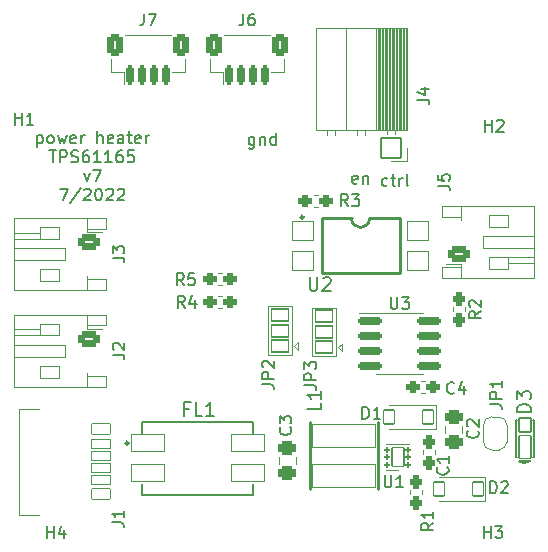
<source format=gbr>
%TF.GenerationSoftware,KiCad,Pcbnew,(6.0.4-0)*%
%TF.CreationDate,2022-09-10T09:10:34-06:00*%
%TF.ProjectId,TPS61165-heater-v7,54505336-3131-4363-952d-686561746572,rev?*%
%TF.SameCoordinates,Original*%
%TF.FileFunction,Legend,Top*%
%TF.FilePolarity,Positive*%
%FSLAX46Y46*%
G04 Gerber Fmt 4.6, Leading zero omitted, Abs format (unit mm)*
G04 Created by KiCad (PCBNEW (6.0.4-0)) date 2022-09-10 09:10:34*
%MOMM*%
%LPD*%
G01*
G04 APERTURE LIST*
G04 Aperture macros list*
%AMRoundRect*
0 Rectangle with rounded corners*
0 $1 Rounding radius*
0 $2 $3 $4 $5 $6 $7 $8 $9 X,Y pos of 4 corners*
0 Add a 4 corners polygon primitive as box body*
4,1,4,$2,$3,$4,$5,$6,$7,$8,$9,$2,$3,0*
0 Add four circle primitives for the rounded corners*
1,1,$1+$1,$2,$3*
1,1,$1+$1,$4,$5*
1,1,$1+$1,$6,$7*
1,1,$1+$1,$8,$9*
0 Add four rect primitives between the rounded corners*
20,1,$1+$1,$2,$3,$4,$5,0*
20,1,$1+$1,$4,$5,$6,$7,0*
20,1,$1+$1,$6,$7,$8,$9,0*
20,1,$1+$1,$8,$9,$2,$3,0*%
%AMFreePoly0*
4,1,37,0.536062,0.786062,0.551000,0.750000,0.551000,-0.750000,0.536062,-0.786062,0.500000,-0.801000,0.000000,-0.801000,-0.012525,-0.795812,-0.080875,-0.794559,-0.095149,-0.792248,-0.230464,-0.749973,-0.243516,-0.743747,-0.361526,-0.665192,-0.372306,-0.655554,-0.463526,-0.547035,-0.471167,-0.534759,-0.528262,-0.405000,-0.532150,-0.391073,-0.549733,-0.256613,-0.548336,-0.256430,-0.551000,-0.250000,
-0.551000,0.250000,-0.550512,0.251179,-0.550356,0.263956,-0.528545,0.404033,-0.524317,0.417860,-0.464069,0.546185,-0.456130,0.558271,-0.362286,0.664529,-0.351274,0.673901,-0.231379,0.749549,-0.218180,0.755454,-0.081873,0.794411,-0.067546,0.796373,-0.011990,0.796033,0.000000,0.801000,0.500000,0.801000,0.536062,0.786062,0.536062,0.786062,$1*%
%AMFreePoly1*
4,1,37,0.012349,0.795885,0.074216,0.795507,0.088518,0.793370,0.224339,0.752751,0.237465,0.746685,0.356427,0.669578,0.367324,0.660073,0.459862,0.552676,0.467652,0.540494,0.526329,0.411442,0.530388,0.397563,0.550485,0.257230,0.551000,0.250000,0.551000,-0.250000,0.550996,-0.250622,0.550847,-0.262838,0.550144,-0.270677,0.526624,-0.410478,0.522228,-0.424254,0.460416,-0.551833,
0.452330,-0.563821,0.357195,-0.668925,0.346069,-0.678161,0.225259,-0.752338,0.211989,-0.758081,0.075216,-0.795370,0.060866,-0.797157,0.011464,-0.796251,0.000000,-0.801000,-0.500000,-0.801000,-0.536062,-0.786062,-0.551000,-0.750000,-0.551000,0.750000,-0.536062,0.786062,-0.500000,0.801000,0.000000,0.801000,0.012349,0.795885,0.012349,0.795885,$1*%
G04 Aperture macros list end*
%ADD10C,0.150000*%
%ADD11C,0.152000*%
%ADD12C,0.120000*%
%ADD13C,0.254000*%
%ADD14C,0.250000*%
%ADD15RoundRect,0.201000X-0.150000X-0.625000X0.150000X-0.625000X0.150000X0.625000X-0.150000X0.625000X0*%
%ADD16RoundRect,0.301000X-0.350000X-0.650000X0.350000X-0.650000X0.350000X0.650000X-0.350000X0.650000X0*%
%ADD17RoundRect,0.301000X-0.625000X0.350000X-0.625000X-0.350000X0.625000X-0.350000X0.625000X0.350000X0*%
%ADD18O,1.852000X1.302000*%
%ADD19C,3.702000*%
%ADD20C,6.502000*%
%ADD21RoundRect,0.051000X-0.850000X0.850000X-0.850000X-0.850000X0.850000X-0.850000X0.850000X0.850000X0*%
%ADD22O,1.802000X1.802000*%
%ADD23RoundRect,0.301000X0.625000X-0.350000X0.625000X0.350000X-0.625000X0.350000X-0.625000X-0.350000X0*%
%ADD24O,1.802000X1.102000*%
%ADD25RoundRect,0.051000X-0.800000X0.400000X-0.800000X-0.400000X0.800000X-0.400000X0.800000X0.400000X0*%
%ADD26RoundRect,0.051000X-0.800000X0.450000X-0.800000X-0.450000X0.800000X-0.450000X0.800000X0.450000X0*%
%ADD27RoundRect,0.144750X0.093750X0.106250X-0.093750X0.106250X-0.093750X-0.106250X0.093750X-0.106250X0*%
%ADD28RoundRect,0.051000X0.500000X0.800000X-0.500000X0.800000X-0.500000X-0.800000X0.500000X-0.800000X0*%
%ADD29RoundRect,0.051000X2.650000X-1.000000X2.650000X1.000000X-2.650000X1.000000X-2.650000X-1.000000X0*%
%ADD30RoundRect,0.288500X-0.237500X0.287500X-0.237500X-0.287500X0.237500X-0.287500X0.237500X0.287500X0*%
%ADD31RoundRect,0.051000X-1.412500X-0.700000X1.412500X-0.700000X1.412500X0.700000X-1.412500X0.700000X0*%
%ADD32RoundRect,0.301000X0.450000X-0.325000X0.450000X0.325000X-0.450000X0.325000X-0.450000X-0.325000X0*%
%ADD33RoundRect,0.051000X0.450000X0.600000X-0.450000X0.600000X-0.450000X-0.600000X0.450000X-0.600000X0*%
%ADD34RoundRect,0.288500X0.237500X-0.287500X0.237500X0.287500X-0.237500X0.287500X-0.237500X-0.287500X0*%
%ADD35RoundRect,0.301000X-0.450000X0.325000X-0.450000X-0.325000X0.450000X-0.325000X0.450000X0.325000X0*%
%ADD36RoundRect,0.288500X0.287500X0.237500X-0.287500X0.237500X-0.287500X-0.237500X0.287500X-0.237500X0*%
%ADD37RoundRect,0.051000X0.900000X0.800000X-0.900000X0.800000X-0.900000X-0.800000X0.900000X-0.800000X0*%
%ADD38RoundRect,0.288500X-0.287500X-0.237500X0.287500X-0.237500X0.287500X0.237500X-0.287500X0.237500X0*%
%ADD39RoundRect,0.051000X0.750000X-0.500000X0.750000X0.500000X-0.750000X0.500000X-0.750000X-0.500000X0*%
%ADD40FreePoly0,90.000000*%
%ADD41FreePoly1,90.000000*%
%ADD42RoundRect,0.201000X-0.825000X-0.150000X0.825000X-0.150000X0.825000X0.150000X-0.825000X0.150000X0*%
%ADD43RoundRect,0.051000X-0.505000X0.950000X-0.505000X-0.950000X0.505000X-0.950000X0.505000X0.950000X0*%
%ADD44RoundRect,0.051000X-0.505000X0.590000X-0.505000X-0.590000X0.505000X-0.590000X0.505000X0.590000X0*%
G04 APERTURE END LIST*
D10*
X144538095Y-60204761D02*
X144442857Y-60252380D01*
X144252380Y-60252380D01*
X144157142Y-60204761D01*
X144109523Y-60109523D01*
X144109523Y-59728571D01*
X144157142Y-59633333D01*
X144252380Y-59585714D01*
X144442857Y-59585714D01*
X144538095Y-59633333D01*
X144585714Y-59728571D01*
X144585714Y-59823809D01*
X144109523Y-59919047D01*
X145014285Y-59585714D02*
X145014285Y-60252380D01*
X145014285Y-59680952D02*
X145061904Y-59633333D01*
X145157142Y-59585714D01*
X145300000Y-59585714D01*
X145395238Y-59633333D01*
X145442857Y-59728571D01*
X145442857Y-60252380D01*
X135809523Y-56285714D02*
X135809523Y-57095238D01*
X135761904Y-57190476D01*
X135714285Y-57238095D01*
X135619047Y-57285714D01*
X135476190Y-57285714D01*
X135380952Y-57238095D01*
X135809523Y-56904761D02*
X135714285Y-56952380D01*
X135523809Y-56952380D01*
X135428571Y-56904761D01*
X135380952Y-56857142D01*
X135333333Y-56761904D01*
X135333333Y-56476190D01*
X135380952Y-56380952D01*
X135428571Y-56333333D01*
X135523809Y-56285714D01*
X135714285Y-56285714D01*
X135809523Y-56333333D01*
X136285714Y-56285714D02*
X136285714Y-56952380D01*
X136285714Y-56380952D02*
X136333333Y-56333333D01*
X136428571Y-56285714D01*
X136571428Y-56285714D01*
X136666666Y-56333333D01*
X136714285Y-56428571D01*
X136714285Y-56952380D01*
X137619047Y-56952380D02*
X137619047Y-55952380D01*
X137619047Y-56904761D02*
X137523809Y-56952380D01*
X137333333Y-56952380D01*
X137238095Y-56904761D01*
X137190476Y-56857142D01*
X137142857Y-56761904D01*
X137142857Y-56476190D01*
X137190476Y-56380952D01*
X137238095Y-56333333D01*
X137333333Y-56285714D01*
X137523809Y-56285714D01*
X137619047Y-56333333D01*
X147080952Y-60404761D02*
X146985714Y-60452380D01*
X146795238Y-60452380D01*
X146700000Y-60404761D01*
X146652380Y-60357142D01*
X146604761Y-60261904D01*
X146604761Y-59976190D01*
X146652380Y-59880952D01*
X146700000Y-59833333D01*
X146795238Y-59785714D01*
X146985714Y-59785714D01*
X147080952Y-59833333D01*
X147366666Y-59785714D02*
X147747619Y-59785714D01*
X147509523Y-59452380D02*
X147509523Y-60309523D01*
X147557142Y-60404761D01*
X147652380Y-60452380D01*
X147747619Y-60452380D01*
X148080952Y-60452380D02*
X148080952Y-59785714D01*
X148080952Y-59976190D02*
X148128571Y-59880952D01*
X148176190Y-59833333D01*
X148271428Y-59785714D01*
X148366666Y-59785714D01*
X148842857Y-60452380D02*
X148747619Y-60404761D01*
X148700000Y-60309523D01*
X148700000Y-59452380D01*
X117433333Y-56170714D02*
X117433333Y-57170714D01*
X117433333Y-56218333D02*
X117528571Y-56170714D01*
X117719047Y-56170714D01*
X117814285Y-56218333D01*
X117861904Y-56265952D01*
X117909523Y-56361190D01*
X117909523Y-56646904D01*
X117861904Y-56742142D01*
X117814285Y-56789761D01*
X117719047Y-56837380D01*
X117528571Y-56837380D01*
X117433333Y-56789761D01*
X118480952Y-56837380D02*
X118385714Y-56789761D01*
X118338095Y-56742142D01*
X118290476Y-56646904D01*
X118290476Y-56361190D01*
X118338095Y-56265952D01*
X118385714Y-56218333D01*
X118480952Y-56170714D01*
X118623809Y-56170714D01*
X118719047Y-56218333D01*
X118766666Y-56265952D01*
X118814285Y-56361190D01*
X118814285Y-56646904D01*
X118766666Y-56742142D01*
X118719047Y-56789761D01*
X118623809Y-56837380D01*
X118480952Y-56837380D01*
X119147619Y-56170714D02*
X119338095Y-56837380D01*
X119528571Y-56361190D01*
X119719047Y-56837380D01*
X119909523Y-56170714D01*
X120671428Y-56789761D02*
X120576190Y-56837380D01*
X120385714Y-56837380D01*
X120290476Y-56789761D01*
X120242857Y-56694523D01*
X120242857Y-56313571D01*
X120290476Y-56218333D01*
X120385714Y-56170714D01*
X120576190Y-56170714D01*
X120671428Y-56218333D01*
X120719047Y-56313571D01*
X120719047Y-56408809D01*
X120242857Y-56504047D01*
X121147619Y-56837380D02*
X121147619Y-56170714D01*
X121147619Y-56361190D02*
X121195238Y-56265952D01*
X121242857Y-56218333D01*
X121338095Y-56170714D01*
X121433333Y-56170714D01*
X122528571Y-56837380D02*
X122528571Y-55837380D01*
X122957142Y-56837380D02*
X122957142Y-56313571D01*
X122909523Y-56218333D01*
X122814285Y-56170714D01*
X122671428Y-56170714D01*
X122576190Y-56218333D01*
X122528571Y-56265952D01*
X123814285Y-56789761D02*
X123719047Y-56837380D01*
X123528571Y-56837380D01*
X123433333Y-56789761D01*
X123385714Y-56694523D01*
X123385714Y-56313571D01*
X123433333Y-56218333D01*
X123528571Y-56170714D01*
X123719047Y-56170714D01*
X123814285Y-56218333D01*
X123861904Y-56313571D01*
X123861904Y-56408809D01*
X123385714Y-56504047D01*
X124719047Y-56837380D02*
X124719047Y-56313571D01*
X124671428Y-56218333D01*
X124576190Y-56170714D01*
X124385714Y-56170714D01*
X124290476Y-56218333D01*
X124719047Y-56789761D02*
X124623809Y-56837380D01*
X124385714Y-56837380D01*
X124290476Y-56789761D01*
X124242857Y-56694523D01*
X124242857Y-56599285D01*
X124290476Y-56504047D01*
X124385714Y-56456428D01*
X124623809Y-56456428D01*
X124719047Y-56408809D01*
X125052380Y-56170714D02*
X125433333Y-56170714D01*
X125195238Y-55837380D02*
X125195238Y-56694523D01*
X125242857Y-56789761D01*
X125338095Y-56837380D01*
X125433333Y-56837380D01*
X126147619Y-56789761D02*
X126052380Y-56837380D01*
X125861904Y-56837380D01*
X125766666Y-56789761D01*
X125719047Y-56694523D01*
X125719047Y-56313571D01*
X125766666Y-56218333D01*
X125861904Y-56170714D01*
X126052380Y-56170714D01*
X126147619Y-56218333D01*
X126195238Y-56313571D01*
X126195238Y-56408809D01*
X125719047Y-56504047D01*
X126623809Y-56837380D02*
X126623809Y-56170714D01*
X126623809Y-56361190D02*
X126671428Y-56265952D01*
X126719047Y-56218333D01*
X126814285Y-56170714D01*
X126909523Y-56170714D01*
X118457142Y-57447380D02*
X119028571Y-57447380D01*
X118742857Y-58447380D02*
X118742857Y-57447380D01*
X119361904Y-58447380D02*
X119361904Y-57447380D01*
X119742857Y-57447380D01*
X119838095Y-57495000D01*
X119885714Y-57542619D01*
X119933333Y-57637857D01*
X119933333Y-57780714D01*
X119885714Y-57875952D01*
X119838095Y-57923571D01*
X119742857Y-57971190D01*
X119361904Y-57971190D01*
X120314285Y-58399761D02*
X120457142Y-58447380D01*
X120695238Y-58447380D01*
X120790476Y-58399761D01*
X120838095Y-58352142D01*
X120885714Y-58256904D01*
X120885714Y-58161666D01*
X120838095Y-58066428D01*
X120790476Y-58018809D01*
X120695238Y-57971190D01*
X120504761Y-57923571D01*
X120409523Y-57875952D01*
X120361904Y-57828333D01*
X120314285Y-57733095D01*
X120314285Y-57637857D01*
X120361904Y-57542619D01*
X120409523Y-57495000D01*
X120504761Y-57447380D01*
X120742857Y-57447380D01*
X120885714Y-57495000D01*
X121742857Y-57447380D02*
X121552380Y-57447380D01*
X121457142Y-57495000D01*
X121409523Y-57542619D01*
X121314285Y-57685476D01*
X121266666Y-57875952D01*
X121266666Y-58256904D01*
X121314285Y-58352142D01*
X121361904Y-58399761D01*
X121457142Y-58447380D01*
X121647619Y-58447380D01*
X121742857Y-58399761D01*
X121790476Y-58352142D01*
X121838095Y-58256904D01*
X121838095Y-58018809D01*
X121790476Y-57923571D01*
X121742857Y-57875952D01*
X121647619Y-57828333D01*
X121457142Y-57828333D01*
X121361904Y-57875952D01*
X121314285Y-57923571D01*
X121266666Y-58018809D01*
X122790476Y-58447380D02*
X122219047Y-58447380D01*
X122504761Y-58447380D02*
X122504761Y-57447380D01*
X122409523Y-57590238D01*
X122314285Y-57685476D01*
X122219047Y-57733095D01*
X123742857Y-58447380D02*
X123171428Y-58447380D01*
X123457142Y-58447380D02*
X123457142Y-57447380D01*
X123361904Y-57590238D01*
X123266666Y-57685476D01*
X123171428Y-57733095D01*
X124600000Y-57447380D02*
X124409523Y-57447380D01*
X124314285Y-57495000D01*
X124266666Y-57542619D01*
X124171428Y-57685476D01*
X124123809Y-57875952D01*
X124123809Y-58256904D01*
X124171428Y-58352142D01*
X124219047Y-58399761D01*
X124314285Y-58447380D01*
X124504761Y-58447380D01*
X124600000Y-58399761D01*
X124647619Y-58352142D01*
X124695238Y-58256904D01*
X124695238Y-58018809D01*
X124647619Y-57923571D01*
X124600000Y-57875952D01*
X124504761Y-57828333D01*
X124314285Y-57828333D01*
X124219047Y-57875952D01*
X124171428Y-57923571D01*
X124123809Y-58018809D01*
X125600000Y-57447380D02*
X125123809Y-57447380D01*
X125076190Y-57923571D01*
X125123809Y-57875952D01*
X125219047Y-57828333D01*
X125457142Y-57828333D01*
X125552380Y-57875952D01*
X125600000Y-57923571D01*
X125647619Y-58018809D01*
X125647619Y-58256904D01*
X125600000Y-58352142D01*
X125552380Y-58399761D01*
X125457142Y-58447380D01*
X125219047Y-58447380D01*
X125123809Y-58399761D01*
X125076190Y-58352142D01*
X121385714Y-59390714D02*
X121623809Y-60057380D01*
X121861904Y-59390714D01*
X122147619Y-59057380D02*
X122814285Y-59057380D01*
X122385714Y-60057380D01*
X119338095Y-60667380D02*
X120004761Y-60667380D01*
X119576190Y-61667380D01*
X121100000Y-60619761D02*
X120242857Y-61905476D01*
X121385714Y-60762619D02*
X121433333Y-60715000D01*
X121528571Y-60667380D01*
X121766666Y-60667380D01*
X121861904Y-60715000D01*
X121909523Y-60762619D01*
X121957142Y-60857857D01*
X121957142Y-60953095D01*
X121909523Y-61095952D01*
X121338095Y-61667380D01*
X121957142Y-61667380D01*
X122576190Y-60667380D02*
X122671428Y-60667380D01*
X122766666Y-60715000D01*
X122814285Y-60762619D01*
X122861904Y-60857857D01*
X122909523Y-61048333D01*
X122909523Y-61286428D01*
X122861904Y-61476904D01*
X122814285Y-61572142D01*
X122766666Y-61619761D01*
X122671428Y-61667380D01*
X122576190Y-61667380D01*
X122480952Y-61619761D01*
X122433333Y-61572142D01*
X122385714Y-61476904D01*
X122338095Y-61286428D01*
X122338095Y-61048333D01*
X122385714Y-60857857D01*
X122433333Y-60762619D01*
X122480952Y-60715000D01*
X122576190Y-60667380D01*
X123290476Y-60762619D02*
X123338095Y-60715000D01*
X123433333Y-60667380D01*
X123671428Y-60667380D01*
X123766666Y-60715000D01*
X123814285Y-60762619D01*
X123861904Y-60857857D01*
X123861904Y-60953095D01*
X123814285Y-61095952D01*
X123242857Y-61667380D01*
X123861904Y-61667380D01*
X124242857Y-60762619D02*
X124290476Y-60715000D01*
X124385714Y-60667380D01*
X124623809Y-60667380D01*
X124719047Y-60715000D01*
X124766666Y-60762619D01*
X124814285Y-60857857D01*
X124814285Y-60953095D01*
X124766666Y-61095952D01*
X124195238Y-61667380D01*
X124814285Y-61667380D01*
%TO.C,J7*%
X126466666Y-45852380D02*
X126466666Y-46566666D01*
X126419047Y-46709523D01*
X126323809Y-46804761D01*
X126180952Y-46852380D01*
X126085714Y-46852380D01*
X126847619Y-45852380D02*
X127514285Y-45852380D01*
X127085714Y-46852380D01*
%TO.C,J6*%
X134866666Y-45852380D02*
X134866666Y-46566666D01*
X134819047Y-46709523D01*
X134723809Y-46804761D01*
X134580952Y-46852380D01*
X134485714Y-46852380D01*
X135771428Y-45852380D02*
X135580952Y-45852380D01*
X135485714Y-45900000D01*
X135438095Y-45947619D01*
X135342857Y-46090476D01*
X135295238Y-46280952D01*
X135295238Y-46661904D01*
X135342857Y-46757142D01*
X135390476Y-46804761D01*
X135485714Y-46852380D01*
X135676190Y-46852380D01*
X135771428Y-46804761D01*
X135819047Y-46757142D01*
X135866666Y-46661904D01*
X135866666Y-46423809D01*
X135819047Y-46328571D01*
X135771428Y-46280952D01*
X135676190Y-46233333D01*
X135485714Y-46233333D01*
X135390476Y-46280952D01*
X135342857Y-46328571D01*
X135295238Y-46423809D01*
%TO.C,J3*%
X123802380Y-66533333D02*
X124516666Y-66533333D01*
X124659523Y-66580952D01*
X124754761Y-66676190D01*
X124802380Y-66819047D01*
X124802380Y-66914285D01*
X123802380Y-66152380D02*
X123802380Y-65533333D01*
X124183333Y-65866666D01*
X124183333Y-65723809D01*
X124230952Y-65628571D01*
X124278571Y-65580952D01*
X124373809Y-65533333D01*
X124611904Y-65533333D01*
X124707142Y-65580952D01*
X124754761Y-65628571D01*
X124802380Y-65723809D01*
X124802380Y-66009523D01*
X124754761Y-66104761D01*
X124707142Y-66152380D01*
%TO.C,J2*%
X123802380Y-74733333D02*
X124516666Y-74733333D01*
X124659523Y-74780952D01*
X124754761Y-74876190D01*
X124802380Y-75019047D01*
X124802380Y-75114285D01*
X123897619Y-74304761D02*
X123850000Y-74257142D01*
X123802380Y-74161904D01*
X123802380Y-73923809D01*
X123850000Y-73828571D01*
X123897619Y-73780952D01*
X123992857Y-73733333D01*
X124088095Y-73733333D01*
X124230952Y-73780952D01*
X124802380Y-74352380D01*
X124802380Y-73733333D01*
%TO.C,H4*%
X118238095Y-90252380D02*
X118238095Y-89252380D01*
X118238095Y-89728571D02*
X118809523Y-89728571D01*
X118809523Y-90252380D02*
X118809523Y-89252380D01*
X119714285Y-89585714D02*
X119714285Y-90252380D01*
X119476190Y-89204761D02*
X119238095Y-89919047D01*
X119857142Y-89919047D01*
%TO.C,H3*%
X155238095Y-90252380D02*
X155238095Y-89252380D01*
X155238095Y-89728571D02*
X155809523Y-89728571D01*
X155809523Y-90252380D02*
X155809523Y-89252380D01*
X156190476Y-89252380D02*
X156809523Y-89252380D01*
X156476190Y-89633333D01*
X156619047Y-89633333D01*
X156714285Y-89680952D01*
X156761904Y-89728571D01*
X156809523Y-89823809D01*
X156809523Y-90061904D01*
X156761904Y-90157142D01*
X156714285Y-90204761D01*
X156619047Y-90252380D01*
X156333333Y-90252380D01*
X156238095Y-90204761D01*
X156190476Y-90157142D01*
%TO.C,H2*%
X155338095Y-55852380D02*
X155338095Y-54852380D01*
X155338095Y-55328571D02*
X155909523Y-55328571D01*
X155909523Y-55852380D02*
X155909523Y-54852380D01*
X156338095Y-54947619D02*
X156385714Y-54900000D01*
X156480952Y-54852380D01*
X156719047Y-54852380D01*
X156814285Y-54900000D01*
X156861904Y-54947619D01*
X156909523Y-55042857D01*
X156909523Y-55138095D01*
X156861904Y-55280952D01*
X156290476Y-55852380D01*
X156909523Y-55852380D01*
%TO.C,H1*%
X115538095Y-55252380D02*
X115538095Y-54252380D01*
X115538095Y-54728571D02*
X116109523Y-54728571D01*
X116109523Y-55252380D02*
X116109523Y-54252380D01*
X117109523Y-55252380D02*
X116538095Y-55252380D01*
X116823809Y-55252380D02*
X116823809Y-54252380D01*
X116728571Y-54395238D01*
X116633333Y-54490476D01*
X116538095Y-54538095D01*
%TO.C,J4*%
X149622380Y-53153333D02*
X150336666Y-53153333D01*
X150479523Y-53200952D01*
X150574761Y-53296190D01*
X150622380Y-53439047D01*
X150622380Y-53534285D01*
X149955714Y-52248571D02*
X150622380Y-52248571D01*
X149574761Y-52486666D02*
X150289047Y-52724761D01*
X150289047Y-52105714D01*
%TO.C,J5*%
X151352380Y-60433333D02*
X152066666Y-60433333D01*
X152209523Y-60480952D01*
X152304761Y-60576190D01*
X152352380Y-60719047D01*
X152352380Y-60814285D01*
X151352380Y-59480952D02*
X151352380Y-59957142D01*
X151828571Y-60004761D01*
X151780952Y-59957142D01*
X151733333Y-59861904D01*
X151733333Y-59623809D01*
X151780952Y-59528571D01*
X151828571Y-59480952D01*
X151923809Y-59433333D01*
X152161904Y-59433333D01*
X152257142Y-59480952D01*
X152304761Y-59528571D01*
X152352380Y-59623809D01*
X152352380Y-59861904D01*
X152304761Y-59957142D01*
X152257142Y-60004761D01*
%TO.C,J1*%
X123752380Y-88933333D02*
X124466666Y-88933333D01*
X124609523Y-88980952D01*
X124704761Y-89076190D01*
X124752380Y-89219047D01*
X124752380Y-89314285D01*
X124752380Y-87933333D02*
X124752380Y-88504761D01*
X124752380Y-88219047D02*
X123752380Y-88219047D01*
X123895238Y-88314285D01*
X123990476Y-88409523D01*
X124038095Y-88504761D01*
%TO.C,U1*%
X146838095Y-84952380D02*
X146838095Y-85761904D01*
X146885714Y-85857142D01*
X146933333Y-85904761D01*
X147028571Y-85952380D01*
X147219047Y-85952380D01*
X147314285Y-85904761D01*
X147361904Y-85857142D01*
X147409523Y-85761904D01*
X147409523Y-84952380D01*
X148409523Y-85952380D02*
X147838095Y-85952380D01*
X148123809Y-85952380D02*
X148123809Y-84952380D01*
X148028571Y-85095238D01*
X147933333Y-85190476D01*
X147838095Y-85238095D01*
D11*
%TO.C,L1*%
X141417071Y-78784771D02*
X141417071Y-79329057D01*
X140274071Y-79329057D01*
X141417071Y-77805057D02*
X141417071Y-78458200D01*
X141417071Y-78131628D02*
X140274071Y-78131628D01*
X140437357Y-78240485D01*
X140546214Y-78349342D01*
X140600642Y-78458200D01*
D10*
%TO.C,R1*%
X150952380Y-88966666D02*
X150476190Y-89300000D01*
X150952380Y-89538095D02*
X149952380Y-89538095D01*
X149952380Y-89157142D01*
X150000000Y-89061904D01*
X150047619Y-89014285D01*
X150142857Y-88966666D01*
X150285714Y-88966666D01*
X150380952Y-89014285D01*
X150428571Y-89061904D01*
X150476190Y-89157142D01*
X150476190Y-89538095D01*
X150952380Y-88014285D02*
X150952380Y-88585714D01*
X150952380Y-88300000D02*
X149952380Y-88300000D01*
X150095238Y-88395238D01*
X150190476Y-88490476D01*
X150238095Y-88585714D01*
D11*
%TO.C,FL1*%
X130251942Y-79318357D02*
X129870942Y-79318357D01*
X129870942Y-79917071D02*
X129870942Y-78774071D01*
X130415228Y-78774071D01*
X131394942Y-79917071D02*
X130850657Y-79917071D01*
X130850657Y-78774071D01*
X132374657Y-79917071D02*
X131721514Y-79917071D01*
X132048085Y-79917071D02*
X132048085Y-78774071D01*
X131939228Y-78937357D01*
X131830371Y-79046214D01*
X131721514Y-79100642D01*
D10*
%TO.C,C3*%
X138857142Y-80891666D02*
X138904761Y-80939285D01*
X138952380Y-81082142D01*
X138952380Y-81177380D01*
X138904761Y-81320238D01*
X138809523Y-81415476D01*
X138714285Y-81463095D01*
X138523809Y-81510714D01*
X138380952Y-81510714D01*
X138190476Y-81463095D01*
X138095238Y-81415476D01*
X138000000Y-81320238D01*
X137952380Y-81177380D01*
X137952380Y-81082142D01*
X138000000Y-80939285D01*
X138047619Y-80891666D01*
X137952380Y-80558333D02*
X137952380Y-79939285D01*
X138333333Y-80272619D01*
X138333333Y-80129761D01*
X138380952Y-80034523D01*
X138428571Y-79986904D01*
X138523809Y-79939285D01*
X138761904Y-79939285D01*
X138857142Y-79986904D01*
X138904761Y-80034523D01*
X138952380Y-80129761D01*
X138952380Y-80415476D01*
X138904761Y-80510714D01*
X138857142Y-80558333D01*
%TO.C,D1*%
X144961904Y-80152380D02*
X144961904Y-79152380D01*
X145200000Y-79152380D01*
X145342857Y-79200000D01*
X145438095Y-79295238D01*
X145485714Y-79390476D01*
X145533333Y-79580952D01*
X145533333Y-79723809D01*
X145485714Y-79914285D01*
X145438095Y-80009523D01*
X145342857Y-80104761D01*
X145200000Y-80152380D01*
X144961904Y-80152380D01*
X146485714Y-80152380D02*
X145914285Y-80152380D01*
X146200000Y-80152380D02*
X146200000Y-79152380D01*
X146104761Y-79295238D01*
X146009523Y-79390476D01*
X145914285Y-79438095D01*
%TO.C,C1*%
X152157142Y-84266666D02*
X152204761Y-84314285D01*
X152252380Y-84457142D01*
X152252380Y-84552380D01*
X152204761Y-84695238D01*
X152109523Y-84790476D01*
X152014285Y-84838095D01*
X151823809Y-84885714D01*
X151680952Y-84885714D01*
X151490476Y-84838095D01*
X151395238Y-84790476D01*
X151300000Y-84695238D01*
X151252380Y-84552380D01*
X151252380Y-84457142D01*
X151300000Y-84314285D01*
X151347619Y-84266666D01*
X152252380Y-83314285D02*
X152252380Y-83885714D01*
X152252380Y-83600000D02*
X151252380Y-83600000D01*
X151395238Y-83695238D01*
X151490476Y-83790476D01*
X151538095Y-83885714D01*
%TO.C,C2*%
X154707142Y-81166666D02*
X154754761Y-81214285D01*
X154802380Y-81357142D01*
X154802380Y-81452380D01*
X154754761Y-81595238D01*
X154659523Y-81690476D01*
X154564285Y-81738095D01*
X154373809Y-81785714D01*
X154230952Y-81785714D01*
X154040476Y-81738095D01*
X153945238Y-81690476D01*
X153850000Y-81595238D01*
X153802380Y-81452380D01*
X153802380Y-81357142D01*
X153850000Y-81214285D01*
X153897619Y-81166666D01*
X153897619Y-80785714D02*
X153850000Y-80738095D01*
X153802380Y-80642857D01*
X153802380Y-80404761D01*
X153850000Y-80309523D01*
X153897619Y-80261904D01*
X153992857Y-80214285D01*
X154088095Y-80214285D01*
X154230952Y-80261904D01*
X154802380Y-80833333D01*
X154802380Y-80214285D01*
%TO.C,R3*%
X143733333Y-62152380D02*
X143400000Y-61676190D01*
X143161904Y-62152380D02*
X143161904Y-61152380D01*
X143542857Y-61152380D01*
X143638095Y-61200000D01*
X143685714Y-61247619D01*
X143733333Y-61342857D01*
X143733333Y-61485714D01*
X143685714Y-61580952D01*
X143638095Y-61628571D01*
X143542857Y-61676190D01*
X143161904Y-61676190D01*
X144066666Y-61152380D02*
X144685714Y-61152380D01*
X144352380Y-61533333D01*
X144495238Y-61533333D01*
X144590476Y-61580952D01*
X144638095Y-61628571D01*
X144685714Y-61723809D01*
X144685714Y-61961904D01*
X144638095Y-62057142D01*
X144590476Y-62104761D01*
X144495238Y-62152380D01*
X144209523Y-62152380D01*
X144114285Y-62104761D01*
X144066666Y-62057142D01*
D11*
%TO.C,U2*%
X140487342Y-68174071D02*
X140487342Y-69099357D01*
X140541771Y-69208214D01*
X140596200Y-69262642D01*
X140705057Y-69317071D01*
X140922771Y-69317071D01*
X141031628Y-69262642D01*
X141086057Y-69208214D01*
X141140485Y-69099357D01*
X141140485Y-68174071D01*
X141630342Y-68282928D02*
X141684771Y-68228500D01*
X141793628Y-68174071D01*
X142065771Y-68174071D01*
X142174628Y-68228500D01*
X142229057Y-68282928D01*
X142283485Y-68391785D01*
X142283485Y-68500642D01*
X142229057Y-68663928D01*
X141575914Y-69317071D01*
X142283485Y-69317071D01*
D10*
%TO.C,C4*%
X152733333Y-77957142D02*
X152685714Y-78004761D01*
X152542857Y-78052380D01*
X152447619Y-78052380D01*
X152304761Y-78004761D01*
X152209523Y-77909523D01*
X152161904Y-77814285D01*
X152114285Y-77623809D01*
X152114285Y-77480952D01*
X152161904Y-77290476D01*
X152209523Y-77195238D01*
X152304761Y-77100000D01*
X152447619Y-77052380D01*
X152542857Y-77052380D01*
X152685714Y-77100000D01*
X152733333Y-77147619D01*
X153590476Y-77385714D02*
X153590476Y-78052380D01*
X153352380Y-77004761D02*
X153114285Y-77719047D01*
X153733333Y-77719047D01*
%TO.C,R2*%
X154982380Y-71066666D02*
X154506190Y-71400000D01*
X154982380Y-71638095D02*
X153982380Y-71638095D01*
X153982380Y-71257142D01*
X154030000Y-71161904D01*
X154077619Y-71114285D01*
X154172857Y-71066666D01*
X154315714Y-71066666D01*
X154410952Y-71114285D01*
X154458571Y-71161904D01*
X154506190Y-71257142D01*
X154506190Y-71638095D01*
X154077619Y-70685714D02*
X154030000Y-70638095D01*
X153982380Y-70542857D01*
X153982380Y-70304761D01*
X154030000Y-70209523D01*
X154077619Y-70161904D01*
X154172857Y-70114285D01*
X154268095Y-70114285D01*
X154410952Y-70161904D01*
X154982380Y-70733333D01*
X154982380Y-70114285D01*
%TO.C,R4*%
X129933333Y-70752380D02*
X129600000Y-70276190D01*
X129361904Y-70752380D02*
X129361904Y-69752380D01*
X129742857Y-69752380D01*
X129838095Y-69800000D01*
X129885714Y-69847619D01*
X129933333Y-69942857D01*
X129933333Y-70085714D01*
X129885714Y-70180952D01*
X129838095Y-70228571D01*
X129742857Y-70276190D01*
X129361904Y-70276190D01*
X130790476Y-70085714D02*
X130790476Y-70752380D01*
X130552380Y-69704761D02*
X130314285Y-70419047D01*
X130933333Y-70419047D01*
%TO.C,R5*%
X129833333Y-68852380D02*
X129500000Y-68376190D01*
X129261904Y-68852380D02*
X129261904Y-67852380D01*
X129642857Y-67852380D01*
X129738095Y-67900000D01*
X129785714Y-67947619D01*
X129833333Y-68042857D01*
X129833333Y-68185714D01*
X129785714Y-68280952D01*
X129738095Y-68328571D01*
X129642857Y-68376190D01*
X129261904Y-68376190D01*
X130738095Y-67852380D02*
X130261904Y-67852380D01*
X130214285Y-68328571D01*
X130261904Y-68280952D01*
X130357142Y-68233333D01*
X130595238Y-68233333D01*
X130690476Y-68280952D01*
X130738095Y-68328571D01*
X130785714Y-68423809D01*
X130785714Y-68661904D01*
X130738095Y-68757142D01*
X130690476Y-68804761D01*
X130595238Y-68852380D01*
X130357142Y-68852380D01*
X130261904Y-68804761D01*
X130214285Y-68757142D01*
%TO.C,JP2*%
X136452380Y-77233333D02*
X137166666Y-77233333D01*
X137309523Y-77280952D01*
X137404761Y-77376190D01*
X137452380Y-77519047D01*
X137452380Y-77614285D01*
X137452380Y-76757142D02*
X136452380Y-76757142D01*
X136452380Y-76376190D01*
X136500000Y-76280952D01*
X136547619Y-76233333D01*
X136642857Y-76185714D01*
X136785714Y-76185714D01*
X136880952Y-76233333D01*
X136928571Y-76280952D01*
X136976190Y-76376190D01*
X136976190Y-76757142D01*
X136547619Y-75804761D02*
X136500000Y-75757142D01*
X136452380Y-75661904D01*
X136452380Y-75423809D01*
X136500000Y-75328571D01*
X136547619Y-75280952D01*
X136642857Y-75233333D01*
X136738095Y-75233333D01*
X136880952Y-75280952D01*
X137452380Y-75852380D01*
X137452380Y-75233333D01*
%TO.C,JP3*%
X140052380Y-77333333D02*
X140766666Y-77333333D01*
X140909523Y-77380952D01*
X141004761Y-77476190D01*
X141052380Y-77619047D01*
X141052380Y-77714285D01*
X141052380Y-76857142D02*
X140052380Y-76857142D01*
X140052380Y-76476190D01*
X140100000Y-76380952D01*
X140147619Y-76333333D01*
X140242857Y-76285714D01*
X140385714Y-76285714D01*
X140480952Y-76333333D01*
X140528571Y-76380952D01*
X140576190Y-76476190D01*
X140576190Y-76857142D01*
X140052380Y-75952380D02*
X140052380Y-75333333D01*
X140433333Y-75666666D01*
X140433333Y-75523809D01*
X140480952Y-75428571D01*
X140528571Y-75380952D01*
X140623809Y-75333333D01*
X140861904Y-75333333D01*
X140957142Y-75380952D01*
X141004761Y-75428571D01*
X141052380Y-75523809D01*
X141052380Y-75809523D01*
X141004761Y-75904761D01*
X140957142Y-75952380D01*
%TO.C,D2*%
X155761904Y-86452380D02*
X155761904Y-85452380D01*
X156000000Y-85452380D01*
X156142857Y-85500000D01*
X156238095Y-85595238D01*
X156285714Y-85690476D01*
X156333333Y-85880952D01*
X156333333Y-86023809D01*
X156285714Y-86214285D01*
X156238095Y-86309523D01*
X156142857Y-86404761D01*
X156000000Y-86452380D01*
X155761904Y-86452380D01*
X156714285Y-85547619D02*
X156761904Y-85500000D01*
X156857142Y-85452380D01*
X157095238Y-85452380D01*
X157190476Y-85500000D01*
X157238095Y-85547619D01*
X157285714Y-85642857D01*
X157285714Y-85738095D01*
X157238095Y-85880952D01*
X156666666Y-86452380D01*
X157285714Y-86452380D01*
%TO.C,JP1*%
X155752380Y-78933333D02*
X156466666Y-78933333D01*
X156609523Y-78980952D01*
X156704761Y-79076190D01*
X156752380Y-79219047D01*
X156752380Y-79314285D01*
X156752380Y-78457142D02*
X155752380Y-78457142D01*
X155752380Y-78076190D01*
X155800000Y-77980952D01*
X155847619Y-77933333D01*
X155942857Y-77885714D01*
X156085714Y-77885714D01*
X156180952Y-77933333D01*
X156228571Y-77980952D01*
X156276190Y-78076190D01*
X156276190Y-78457142D01*
X156752380Y-76933333D02*
X156752380Y-77504761D01*
X156752380Y-77219047D02*
X155752380Y-77219047D01*
X155895238Y-77314285D01*
X155990476Y-77409523D01*
X156038095Y-77504761D01*
%TO.C,U3*%
X147338095Y-69852380D02*
X147338095Y-70661904D01*
X147385714Y-70757142D01*
X147433333Y-70804761D01*
X147528571Y-70852380D01*
X147719047Y-70852380D01*
X147814285Y-70804761D01*
X147861904Y-70757142D01*
X147909523Y-70661904D01*
X147909523Y-69852380D01*
X148290476Y-69852380D02*
X148909523Y-69852380D01*
X148576190Y-70233333D01*
X148719047Y-70233333D01*
X148814285Y-70280952D01*
X148861904Y-70328571D01*
X148909523Y-70423809D01*
X148909523Y-70661904D01*
X148861904Y-70757142D01*
X148814285Y-70804761D01*
X148719047Y-70852380D01*
X148433333Y-70852380D01*
X148338095Y-70804761D01*
X148290476Y-70757142D01*
D11*
%TO.C,D3*%
X159217071Y-79558228D02*
X158074071Y-79558228D01*
X158074071Y-79286085D01*
X158128500Y-79122800D01*
X158237357Y-79013942D01*
X158346214Y-78959514D01*
X158563928Y-78905085D01*
X158727214Y-78905085D01*
X158944928Y-78959514D01*
X159053785Y-79013942D01*
X159162642Y-79122800D01*
X159217071Y-79286085D01*
X159217071Y-79558228D01*
X158074071Y-78524085D02*
X158074071Y-77816514D01*
X158509500Y-78197514D01*
X158509500Y-78034228D01*
X158563928Y-77925371D01*
X158618357Y-77870942D01*
X158727214Y-77816514D01*
X158999357Y-77816514D01*
X159108214Y-77870942D01*
X159162642Y-77925371D01*
X159217071Y-78034228D01*
X159217071Y-78360800D01*
X159162642Y-78469657D01*
X159108214Y-78524085D01*
D12*
%TO.C,J7*%
X129910000Y-50810000D02*
X128860000Y-50810000D01*
X124860000Y-47690000D02*
X128740000Y-47690000D01*
X129910000Y-49660000D02*
X129910000Y-50810000D01*
X123690000Y-49660000D02*
X123690000Y-50810000D01*
X124740000Y-50810000D02*
X124740000Y-51800000D01*
X123690000Y-50810000D02*
X124740000Y-50810000D01*
%TO.C,J6*%
X138310000Y-50810000D02*
X137260000Y-50810000D01*
X133260000Y-47690000D02*
X137140000Y-47690000D01*
X138310000Y-49660000D02*
X138310000Y-50810000D01*
X132090000Y-49660000D02*
X132090000Y-50810000D01*
X133140000Y-50810000D02*
X133140000Y-51800000D01*
X132090000Y-50810000D02*
X133140000Y-50810000D01*
%TO.C,J3*%
X115440000Y-65700000D02*
X119800000Y-65700000D01*
X117700000Y-64900000D02*
X115440000Y-64900000D01*
X117700000Y-64900000D02*
X119300000Y-64900000D01*
X121660000Y-64340000D02*
X122875000Y-64340000D01*
X115440000Y-69260000D02*
X123260000Y-69260000D01*
X123260000Y-63140000D02*
X115440000Y-63140000D01*
X117700000Y-67500000D02*
X119300000Y-67500000D01*
X121660000Y-69260000D02*
X121660000Y-68340000D01*
X119800000Y-66700000D02*
X115440000Y-66700000D01*
X121660000Y-68340000D02*
X121660000Y-68060000D01*
X115440000Y-63140000D02*
X115440000Y-69260000D01*
X117700000Y-63900000D02*
X117700000Y-64900000D01*
X117700000Y-64400000D02*
X115440000Y-64400000D01*
X123260000Y-64060000D02*
X123260000Y-63140000D01*
X119300000Y-64900000D02*
X119300000Y-63900000D01*
X121660000Y-64060000D02*
X123260000Y-64060000D01*
X121660000Y-64340000D02*
X121660000Y-64060000D01*
X117700000Y-68500000D02*
X117700000Y-67500000D01*
X119300000Y-63900000D02*
X117700000Y-63900000D01*
X119800000Y-65700000D02*
X119800000Y-66700000D01*
X121660000Y-63140000D02*
X121660000Y-64060000D01*
X119300000Y-68500000D02*
X117700000Y-68500000D01*
X119300000Y-67500000D02*
X119300000Y-68500000D01*
X123260000Y-69260000D02*
X123260000Y-68340000D01*
X123260000Y-68340000D02*
X121660000Y-68340000D01*
%TO.C,J2*%
X115440000Y-73900000D02*
X119800000Y-73900000D01*
X117700000Y-73100000D02*
X115440000Y-73100000D01*
X117700000Y-73100000D02*
X119300000Y-73100000D01*
X121660000Y-72540000D02*
X122875000Y-72540000D01*
X115440000Y-77460000D02*
X123260000Y-77460000D01*
X123260000Y-71340000D02*
X115440000Y-71340000D01*
X117700000Y-75700000D02*
X119300000Y-75700000D01*
X121660000Y-77460000D02*
X121660000Y-76540000D01*
X119800000Y-74900000D02*
X115440000Y-74900000D01*
X121660000Y-76540000D02*
X121660000Y-76260000D01*
X115440000Y-71340000D02*
X115440000Y-77460000D01*
X117700000Y-72100000D02*
X117700000Y-73100000D01*
X117700000Y-72600000D02*
X115440000Y-72600000D01*
X123260000Y-72260000D02*
X123260000Y-71340000D01*
X119300000Y-73100000D02*
X119300000Y-72100000D01*
X121660000Y-72260000D02*
X123260000Y-72260000D01*
X121660000Y-72540000D02*
X121660000Y-72260000D01*
X117700000Y-76700000D02*
X117700000Y-75700000D01*
X119300000Y-72100000D02*
X117700000Y-72100000D01*
X119800000Y-73900000D02*
X119800000Y-74900000D01*
X121660000Y-71340000D02*
X121660000Y-72260000D01*
X119300000Y-76700000D02*
X117700000Y-76700000D01*
X119300000Y-75700000D02*
X119300000Y-76700000D01*
X123260000Y-77460000D02*
X123260000Y-76540000D01*
X123260000Y-76540000D02*
X121660000Y-76540000D01*
%TO.C,J4*%
X144500000Y-55740000D02*
X144500000Y-56150000D01*
X148137620Y-47110000D02*
X148137620Y-55740000D01*
X146720480Y-47110000D02*
X146720480Y-55740000D01*
X146484290Y-47110000D02*
X146484290Y-55740000D01*
X147040000Y-55740000D02*
X147040000Y-56090000D01*
X148730000Y-47110000D02*
X148730000Y-55740000D01*
X143590000Y-47110000D02*
X143590000Y-55740000D01*
X146602385Y-47110000D02*
X146602385Y-55740000D01*
X148373810Y-47110000D02*
X148373810Y-55740000D01*
X147760000Y-55740000D02*
X147760000Y-56090000D01*
X147665240Y-47110000D02*
X147665240Y-55740000D01*
X142680000Y-55740000D02*
X142680000Y-56150000D01*
X147783335Y-47110000D02*
X147783335Y-55740000D01*
X148610000Y-47110000D02*
X148610000Y-55740000D01*
X147310955Y-47110000D02*
X147310955Y-55740000D01*
X146130000Y-47110000D02*
X146130000Y-55740000D01*
X146248100Y-47110000D02*
X146248100Y-55740000D01*
X148491905Y-47110000D02*
X148491905Y-55740000D01*
X148019525Y-47110000D02*
X148019525Y-55740000D01*
X147547145Y-47110000D02*
X147547145Y-55740000D01*
X148730000Y-55740000D02*
X140990000Y-55740000D01*
X147192860Y-47110000D02*
X147192860Y-55740000D01*
X147429050Y-47110000D02*
X147429050Y-55740000D01*
X145220000Y-55740000D02*
X145220000Y-56150000D01*
X146838575Y-47110000D02*
X146838575Y-55740000D01*
X140990000Y-47110000D02*
X140990000Y-55740000D01*
X148255715Y-47110000D02*
X148255715Y-55740000D01*
X148730000Y-57200000D02*
X148730000Y-58310000D01*
X146956670Y-47110000D02*
X146956670Y-55740000D01*
X147901430Y-47110000D02*
X147901430Y-55740000D01*
X146366195Y-47110000D02*
X146366195Y-55740000D01*
X148730000Y-47110000D02*
X140990000Y-47110000D01*
X141960000Y-55740000D02*
X141960000Y-56150000D01*
X147074765Y-47110000D02*
X147074765Y-55740000D01*
X148730000Y-58310000D02*
X147400000Y-58310000D01*
%TO.C,J5*%
X155650000Y-63900000D02*
X155650000Y-62900000D01*
X157250000Y-67500000D02*
X157250000Y-66500000D01*
X155650000Y-62900000D02*
X157250000Y-62900000D01*
X151690000Y-67340000D02*
X151690000Y-68260000D01*
X151690000Y-62140000D02*
X151690000Y-63060000D01*
X153290000Y-63060000D02*
X153290000Y-63340000D01*
X159510000Y-65700000D02*
X155150000Y-65700000D01*
X155150000Y-64700000D02*
X159510000Y-64700000D01*
X159510000Y-68260000D02*
X159510000Y-62140000D01*
X157250000Y-66500000D02*
X159510000Y-66500000D01*
X159510000Y-62140000D02*
X151690000Y-62140000D01*
X153290000Y-67060000D02*
X153290000Y-67340000D01*
X157250000Y-63900000D02*
X155650000Y-63900000D01*
X155650000Y-67500000D02*
X157250000Y-67500000D01*
X151690000Y-68260000D02*
X159510000Y-68260000D01*
X151690000Y-63060000D02*
X153290000Y-63060000D01*
X153290000Y-67340000D02*
X151690000Y-67340000D01*
X157250000Y-62900000D02*
X157250000Y-63900000D01*
X153290000Y-67060000D02*
X152075000Y-67060000D01*
X157250000Y-67000000D02*
X159510000Y-67000000D01*
X155650000Y-66500000D02*
X155650000Y-67500000D01*
X153290000Y-62140000D02*
X153290000Y-63060000D01*
X155150000Y-65700000D02*
X155150000Y-64700000D01*
X153290000Y-68260000D02*
X153290000Y-67340000D01*
X157250000Y-66500000D02*
X155650000Y-66500000D01*
%TO.C,J1*%
X115920000Y-88270000D02*
X115920000Y-79330000D01*
X117600000Y-88270000D02*
X115920000Y-88270000D01*
X117600000Y-79330000D02*
X115920000Y-79330000D01*
%TO.C,U1*%
X147930000Y-84540000D02*
X146930000Y-84540000D01*
X148930000Y-82320000D02*
X146930000Y-82320000D01*
D13*
%TO.C,L1*%
X146300000Y-86150000D02*
X146300000Y-80450000D01*
X140500000Y-86150000D02*
X140500000Y-80450000D01*
D12*
%TO.C,R1*%
X150010000Y-86228733D02*
X150010000Y-86571267D01*
X148990000Y-86228733D02*
X148990000Y-86571267D01*
D11*
%TO.C,FL1*%
X135676000Y-86576000D02*
X135676000Y-85660000D01*
X126324000Y-85660000D02*
X126324000Y-86576000D01*
X126324000Y-81340000D02*
X126324000Y-80424000D01*
X135676000Y-80424000D02*
X135676000Y-81340000D01*
X135676000Y-86576000D02*
X135676000Y-86576000D01*
X126324000Y-80424000D02*
X126324000Y-80424000D01*
X135676000Y-80424000D02*
X135676000Y-80424000D01*
X126324000Y-80424000D02*
X135676000Y-80424000D01*
X126324000Y-86576000D02*
X126324000Y-86576000D01*
X126324000Y-86576000D02*
X135676000Y-86576000D01*
D14*
X125175000Y-82230000D02*
G75*
G03*
X125175000Y-82230000I-125000J0D01*
G01*
D12*
%TO.C,C3*%
X137890000Y-83961252D02*
X137890000Y-83438748D01*
X139310000Y-83961252D02*
X139310000Y-83438748D01*
%TO.C,D1*%
X151150000Y-81000000D02*
X151150000Y-79000000D01*
X151150000Y-81000000D02*
X147250000Y-81000000D01*
X151150000Y-79000000D02*
X147250000Y-79000000D01*
%TO.C,C1*%
X150090000Y-83171267D02*
X150090000Y-82828733D01*
X151110000Y-83171267D02*
X151110000Y-82828733D01*
%TO.C,C2*%
X153410000Y-80813748D02*
X153410000Y-81336252D01*
X151990000Y-80813748D02*
X151990000Y-81336252D01*
%TO.C,R3*%
X141171267Y-61190000D02*
X140828733Y-61190000D01*
X141171267Y-62210000D02*
X140828733Y-62210000D01*
D13*
%TO.C,U2*%
X148100000Y-67800000D02*
X141500000Y-67800000D01*
X148100000Y-63200000D02*
X145562000Y-63200000D01*
X141500000Y-63200000D02*
X144038000Y-63200000D01*
X141500000Y-67800000D02*
X141500000Y-63200000D01*
X148100000Y-63200000D02*
X148100000Y-67800000D01*
X144038000Y-63198000D02*
G75*
G03*
X145562000Y-63200000I762000J-1000D01*
G01*
X139974000Y-63087000D02*
G75*
G03*
X139974000Y-63087000I-127000J0D01*
G01*
D12*
%TO.C,C4*%
X149928733Y-76990000D02*
X150271267Y-76990000D01*
X149928733Y-78010000D02*
X150271267Y-78010000D01*
%TO.C,R2*%
X152590000Y-70728733D02*
X152590000Y-71071267D01*
X153610000Y-70728733D02*
X153610000Y-71071267D01*
%TO.C,R4*%
X132728733Y-70810000D02*
X133071267Y-70810000D01*
X132728733Y-69790000D02*
X133071267Y-69790000D01*
%TO.C,R5*%
X132728733Y-67790000D02*
X133071267Y-67790000D01*
X132728733Y-68810000D02*
X133071267Y-68810000D01*
%TO.C,JP2*%
X139000000Y-70650000D02*
X139000000Y-74750000D01*
X139500000Y-74300000D02*
X139500000Y-73700000D01*
X137000000Y-74750000D02*
X137000000Y-70650000D01*
X139200000Y-74000000D02*
X139500000Y-73700000D01*
X139000000Y-74750000D02*
X137000000Y-74750000D01*
X139200000Y-74000000D02*
X139500000Y-74300000D01*
X137000000Y-70650000D02*
X139000000Y-70650000D01*
%TO.C,JP3*%
X140700000Y-70750000D02*
X142700000Y-70750000D01*
X143200000Y-74400000D02*
X143200000Y-73800000D01*
X142900000Y-74100000D02*
X143200000Y-74400000D01*
X142700000Y-70750000D02*
X142700000Y-74850000D01*
X140700000Y-74850000D02*
X140700000Y-70750000D01*
X142700000Y-74850000D02*
X140700000Y-74850000D01*
X142900000Y-74100000D02*
X143200000Y-73800000D01*
%TO.C,D2*%
X155350000Y-87100000D02*
X151450000Y-87100000D01*
X155350000Y-87100000D02*
X155350000Y-85100000D01*
X155350000Y-85100000D02*
X151450000Y-85100000D01*
%TO.C,JP1*%
X157200000Y-80700000D02*
X157200000Y-82100000D01*
X155200000Y-82100000D02*
X155200000Y-80700000D01*
X156500000Y-82800000D02*
X155900000Y-82800000D01*
X155900000Y-80000000D02*
X156500000Y-80000000D01*
X157200000Y-80700000D02*
G75*
G03*
X156500000Y-80000000I-700000J0D01*
G01*
X156500000Y-82800000D02*
G75*
G03*
X157200000Y-82100000I1J699999D01*
G01*
X155200000Y-82100000D02*
G75*
G03*
X155900000Y-82800000I699999J-1D01*
G01*
X155900000Y-80000000D02*
G75*
G03*
X155200000Y-80700000I0J-700000D01*
G01*
%TO.C,U3*%
X148100000Y-76360000D02*
X150050000Y-76360000D01*
X148100000Y-76360000D02*
X146150000Y-76360000D01*
X148100000Y-71240000D02*
X150050000Y-71240000D01*
X148100000Y-71240000D02*
X144650000Y-71240000D01*
D11*
%TO.C,D3*%
X159450000Y-83385000D02*
X159450000Y-81635000D01*
X158020000Y-80285000D02*
X157950000Y-80285000D01*
X159450000Y-80285000D02*
X159380000Y-80285000D01*
X157950000Y-83385000D02*
X158020000Y-83385000D01*
X159450000Y-81785000D02*
X159450000Y-80285000D01*
X159380000Y-83385000D02*
X159450000Y-83385000D01*
X157950000Y-80285000D02*
X157950000Y-83385000D01*
G36*
X159208000Y-83632000D02*
G01*
X159209000Y-83787000D01*
X158673000Y-83963000D01*
X158172000Y-83784000D01*
X158176000Y-83628000D01*
X158176000Y-83625000D01*
X159208000Y-83632000D01*
G37*
%TD*%
%LPC*%
D15*
%TO.C,J7*%
X125300000Y-51025000D03*
X126300000Y-51025000D03*
X127300000Y-51025000D03*
X128300000Y-51025000D03*
D16*
X124000000Y-48500000D03*
X129600000Y-48500000D03*
%TD*%
D15*
%TO.C,J6*%
X133700000Y-51025000D03*
X134700000Y-51025000D03*
X135700000Y-51025000D03*
X136700000Y-51025000D03*
D16*
X132400000Y-48500000D03*
X138000000Y-48500000D03*
%TD*%
D17*
%TO.C,J3*%
X121800000Y-65200000D03*
D18*
X121800000Y-67200000D03*
%TD*%
D17*
%TO.C,J2*%
X121800000Y-73400000D03*
D18*
X121800000Y-75400000D03*
%TD*%
D19*
%TO.C,H4*%
X119000000Y-94000000D03*
D20*
X119000000Y-94000000D03*
%TD*%
D19*
%TO.C,H3*%
X156000000Y-94000000D03*
D20*
X156000000Y-94000000D03*
%TD*%
D19*
%TO.C,H2*%
X156000000Y-51000000D03*
D20*
X156000000Y-51000000D03*
%TD*%
D19*
%TO.C,H1*%
X119000000Y-51000000D03*
D20*
X119000000Y-51000000D03*
%TD*%
D21*
%TO.C,J4*%
X147400000Y-57200000D03*
D22*
X144860000Y-57200000D03*
X142320000Y-57200000D03*
%TD*%
D23*
%TO.C,J5*%
X153150000Y-66200000D03*
D18*
X153150000Y-64200000D03*
%TD*%
D24*
%TO.C,J1*%
X122320000Y-88120000D03*
X122320000Y-79480000D03*
X118520000Y-79480000D03*
X118520000Y-88120000D03*
D25*
X122800000Y-83300000D03*
X122800000Y-85320000D03*
D26*
X122800000Y-86550000D03*
D25*
X122800000Y-84300000D03*
X122800000Y-82280000D03*
D26*
X122800000Y-81050000D03*
%TD*%
D27*
%TO.C,U1*%
X148817500Y-84080000D03*
X148817500Y-83430000D03*
X148817500Y-82780000D03*
X147042500Y-82780000D03*
X147042500Y-83430000D03*
X147042500Y-84080000D03*
D28*
X147930000Y-83430000D03*
%TD*%
D29*
%TO.C,L1*%
X143400000Y-85000000D03*
X143400000Y-81600000D03*
%TD*%
D30*
%TO.C,R1*%
X149500000Y-85525000D03*
X149500000Y-87275000D03*
%TD*%
D31*
%TO.C,FL1*%
X126763000Y-82230000D03*
X126763000Y-84770000D03*
X135237000Y-84770000D03*
X135237000Y-82230000D03*
%TD*%
D32*
%TO.C,C3*%
X138600000Y-84725000D03*
X138600000Y-82675000D03*
%TD*%
D33*
%TO.C,D1*%
X150550000Y-80000000D03*
X147250000Y-80000000D03*
%TD*%
D34*
%TO.C,C1*%
X150600000Y-83875000D03*
X150600000Y-82125000D03*
%TD*%
D35*
%TO.C,C2*%
X152700000Y-80050000D03*
X152700000Y-82100000D03*
%TD*%
D36*
%TO.C,R3*%
X141875000Y-61700000D03*
X140125000Y-61700000D03*
%TD*%
D37*
%TO.C,U2*%
X139924000Y-64230000D03*
X139924000Y-66770000D03*
X149676000Y-66770000D03*
X149676000Y-64230000D03*
%TD*%
D38*
%TO.C,C4*%
X149225000Y-77500000D03*
X150975000Y-77500000D03*
%TD*%
D30*
%TO.C,R2*%
X153100000Y-70025000D03*
X153100000Y-71775000D03*
%TD*%
D38*
%TO.C,R4*%
X132025000Y-70300000D03*
X133775000Y-70300000D03*
%TD*%
%TO.C,R5*%
X132025000Y-68300000D03*
X133775000Y-68300000D03*
%TD*%
D39*
%TO.C,JP2*%
X138000000Y-74000000D03*
X138000000Y-72700000D03*
X138000000Y-71400000D03*
%TD*%
%TO.C,JP3*%
X141700000Y-74100000D03*
X141700000Y-72800000D03*
X141700000Y-71500000D03*
%TD*%
D33*
%TO.C,D2*%
X154750000Y-86100000D03*
X151450000Y-86100000D03*
%TD*%
D40*
%TO.C,JP1*%
X156200000Y-82050000D03*
D41*
X156200000Y-80750000D03*
%TD*%
D42*
%TO.C,U3*%
X145625000Y-71895000D03*
X145625000Y-73165000D03*
X145625000Y-74435000D03*
X145625000Y-75705000D03*
X150575000Y-75705000D03*
X150575000Y-74435000D03*
X150575000Y-73165000D03*
X150575000Y-71895000D03*
%TD*%
D43*
%TO.C,D3*%
X158700000Y-82545000D03*
D44*
X158700000Y-80655000D03*
%TD*%
M02*

</source>
